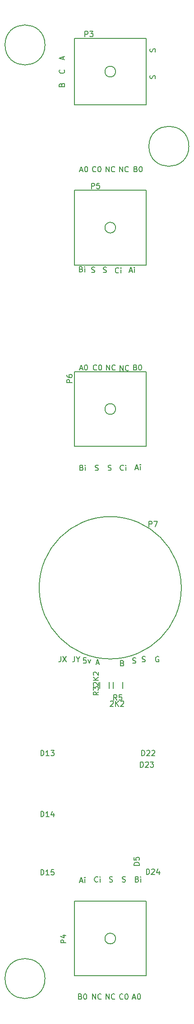
<source format=gbr>
G04 #@! TF.FileFunction,Legend,Top*
%FSLAX46Y46*%
G04 Gerber Fmt 4.6, Leading zero omitted, Abs format (unit mm)*
G04 Created by KiCad (PCBNEW 4.0.4+e1-6308~48~ubuntu14.04.1-stable) date Thu Sep  7 12:28:42 2017*
%MOMM*%
%LPD*%
G01*
G04 APERTURE LIST*
%ADD10C,0.100000*%
%ADD11C,0.150000*%
G04 APERTURE END LIST*
D10*
D11*
X121000000Y-9000000D02*
G75*
G03X121000000Y-9000000I-1000000J0D01*
G01*
X113300000Y-2750000D02*
X113300000Y-15250000D01*
X126700000Y-2750000D02*
X126700000Y-15250000D01*
X126700000Y-15250000D02*
X113300000Y-15250000D01*
X126700000Y-2750000D02*
X113300000Y-2750000D01*
X121000000Y-72250000D02*
G75*
G03X121000000Y-72250000I-1000000J0D01*
G01*
X113250000Y-65250000D02*
X126750000Y-65250000D01*
X126750000Y-65250000D02*
X126750000Y-79250000D01*
X126750000Y-79250000D02*
X113250000Y-79250000D01*
X113250000Y-79250000D02*
X113250000Y-65250000D01*
X121000000Y-38250000D02*
G75*
G03X121000000Y-38250000I-1000000J0D01*
G01*
X113250000Y-31250000D02*
X126750000Y-31250000D01*
X126750000Y-31250000D02*
X126750000Y-45250000D01*
X126750000Y-45250000D02*
X113250000Y-45250000D01*
X113250000Y-45250000D02*
X113250000Y-31250000D01*
X133335000Y-105750000D02*
G75*
G03X133335000Y-105750000I-13335000J0D01*
G01*
X119779000Y-123416000D02*
X119779000Y-124616000D01*
X118029000Y-124616000D02*
X118029000Y-123416000D01*
X122319000Y-123416000D02*
X122319000Y-124616000D01*
X120569000Y-124616000D02*
X120569000Y-123416000D01*
X121000000Y-171500000D02*
G75*
G03X121000000Y-171500000I-1000000J0D01*
G01*
X126750000Y-178500000D02*
X113250000Y-178500000D01*
X113250000Y-178500000D02*
X113250000Y-164500000D01*
X113250000Y-164500000D02*
X126750000Y-164500000D01*
X126750000Y-164500000D02*
X126750000Y-178500000D01*
X107750000Y-179000000D02*
G75*
G03X107750000Y-179000000I-3750000J0D01*
G01*
X107750000Y-4000000D02*
G75*
G03X107750000Y-4000000I-3750000J0D01*
G01*
X134750000Y-23000000D02*
G75*
G03X134750000Y-23000000I-3750000J0D01*
G01*
X115261905Y-2452381D02*
X115261905Y-1452381D01*
X115642858Y-1452381D01*
X115738096Y-1500000D01*
X115785715Y-1547619D01*
X115833334Y-1642857D01*
X115833334Y-1785714D01*
X115785715Y-1880952D01*
X115738096Y-1928571D01*
X115642858Y-1976190D01*
X115261905Y-1976190D01*
X116166667Y-1452381D02*
X116785715Y-1452381D01*
X116452381Y-1833333D01*
X116595239Y-1833333D01*
X116690477Y-1880952D01*
X116738096Y-1928571D01*
X116785715Y-2023810D01*
X116785715Y-2261905D01*
X116738096Y-2357143D01*
X116690477Y-2404762D01*
X116595239Y-2452381D01*
X116309524Y-2452381D01*
X116214286Y-2404762D01*
X116166667Y-2357143D01*
X111149667Y-6698095D02*
X111149667Y-6221904D01*
X111435381Y-6793333D02*
X110435381Y-6460000D01*
X111435381Y-6126666D01*
X111340143Y-8690476D02*
X111387762Y-8738095D01*
X111435381Y-8880952D01*
X111435381Y-8976190D01*
X111387762Y-9119048D01*
X111292524Y-9214286D01*
X111197286Y-9261905D01*
X111006810Y-9309524D01*
X110863952Y-9309524D01*
X110673476Y-9261905D01*
X110578238Y-9214286D01*
X110483000Y-9119048D01*
X110435381Y-8976190D01*
X110435381Y-8880952D01*
X110483000Y-8738095D01*
X110530619Y-8690476D01*
X110911571Y-11468571D02*
X110959190Y-11325714D01*
X111006810Y-11278095D01*
X111102048Y-11230476D01*
X111244905Y-11230476D01*
X111340143Y-11278095D01*
X111387762Y-11325714D01*
X111435381Y-11420952D01*
X111435381Y-11801905D01*
X110435381Y-11801905D01*
X110435381Y-11468571D01*
X110483000Y-11373333D01*
X110530619Y-11325714D01*
X110625857Y-11278095D01*
X110721095Y-11278095D01*
X110816333Y-11325714D01*
X110863952Y-11373333D01*
X110911571Y-11468571D01*
X110911571Y-11801905D01*
X128404762Y-5285714D02*
X128452381Y-5142857D01*
X128452381Y-4904761D01*
X128404762Y-4809523D01*
X128357143Y-4761904D01*
X128261905Y-4714285D01*
X128166667Y-4714285D01*
X128071429Y-4761904D01*
X128023810Y-4809523D01*
X127976190Y-4904761D01*
X127928571Y-5095238D01*
X127880952Y-5190476D01*
X127833333Y-5238095D01*
X127738095Y-5285714D01*
X127642857Y-5285714D01*
X127547619Y-5238095D01*
X127500000Y-5190476D01*
X127452381Y-5095238D01*
X127452381Y-4857142D01*
X127500000Y-4714285D01*
X128404762Y-10285714D02*
X128452381Y-10142857D01*
X128452381Y-9904761D01*
X128404762Y-9809523D01*
X128357143Y-9761904D01*
X128261905Y-9714285D01*
X128166667Y-9714285D01*
X128071429Y-9761904D01*
X128023810Y-9809523D01*
X127976190Y-9904761D01*
X127928571Y-10095238D01*
X127880952Y-10190476D01*
X127833333Y-10238095D01*
X127738095Y-10285714D01*
X127642857Y-10285714D01*
X127547619Y-10238095D01*
X127500000Y-10190476D01*
X127452381Y-10095238D01*
X127452381Y-9857142D01*
X127500000Y-9714285D01*
X112847381Y-67286095D02*
X111847381Y-67286095D01*
X111847381Y-66905142D01*
X111895000Y-66809904D01*
X111942619Y-66762285D01*
X112037857Y-66714666D01*
X112180714Y-66714666D01*
X112275952Y-66762285D01*
X112323571Y-66809904D01*
X112371190Y-66905142D01*
X112371190Y-67286095D01*
X111847381Y-65857523D02*
X111847381Y-66048000D01*
X111895000Y-66143238D01*
X111942619Y-66190857D01*
X112085476Y-66286095D01*
X112275952Y-66333714D01*
X112656905Y-66333714D01*
X112752143Y-66286095D01*
X112799762Y-66238476D01*
X112847381Y-66143238D01*
X112847381Y-65952761D01*
X112799762Y-65857523D01*
X112752143Y-65809904D01*
X112656905Y-65762285D01*
X112418810Y-65762285D01*
X112323571Y-65809904D01*
X112275952Y-65857523D01*
X112228333Y-65952761D01*
X112228333Y-66143238D01*
X112275952Y-66238476D01*
X112323571Y-66286095D01*
X112418810Y-66333714D01*
X124695239Y-64428571D02*
X124838096Y-64476190D01*
X124885715Y-64523810D01*
X124933334Y-64619048D01*
X124933334Y-64761905D01*
X124885715Y-64857143D01*
X124838096Y-64904762D01*
X124742858Y-64952381D01*
X124361905Y-64952381D01*
X124361905Y-63952381D01*
X124695239Y-63952381D01*
X124790477Y-64000000D01*
X124838096Y-64047619D01*
X124885715Y-64142857D01*
X124885715Y-64238095D01*
X124838096Y-64333333D01*
X124790477Y-64380952D01*
X124695239Y-64428571D01*
X124361905Y-64428571D01*
X125552381Y-63952381D02*
X125647620Y-63952381D01*
X125742858Y-64000000D01*
X125790477Y-64047619D01*
X125838096Y-64142857D01*
X125885715Y-64333333D01*
X125885715Y-64571429D01*
X125838096Y-64761905D01*
X125790477Y-64857143D01*
X125742858Y-64904762D01*
X125647620Y-64952381D01*
X125552381Y-64952381D01*
X125457143Y-64904762D01*
X125409524Y-64857143D01*
X125361905Y-64761905D01*
X125314286Y-64571429D01*
X125314286Y-64333333D01*
X125361905Y-64142857D01*
X125409524Y-64047619D01*
X125457143Y-64000000D01*
X125552381Y-63952381D01*
X121814286Y-65052381D02*
X121814286Y-64052381D01*
X122385715Y-65052381D01*
X122385715Y-64052381D01*
X123433334Y-64957143D02*
X123385715Y-65004762D01*
X123242858Y-65052381D01*
X123147620Y-65052381D01*
X123004762Y-65004762D01*
X122909524Y-64909524D01*
X122861905Y-64814286D01*
X122814286Y-64623810D01*
X122814286Y-64480952D01*
X122861905Y-64290476D01*
X122909524Y-64195238D01*
X123004762Y-64100000D01*
X123147620Y-64052381D01*
X123242858Y-64052381D01*
X123385715Y-64100000D01*
X123433334Y-64147619D01*
X119314286Y-64952381D02*
X119314286Y-63952381D01*
X119885715Y-64952381D01*
X119885715Y-63952381D01*
X120933334Y-64857143D02*
X120885715Y-64904762D01*
X120742858Y-64952381D01*
X120647620Y-64952381D01*
X120504762Y-64904762D01*
X120409524Y-64809524D01*
X120361905Y-64714286D01*
X120314286Y-64523810D01*
X120314286Y-64380952D01*
X120361905Y-64190476D01*
X120409524Y-64095238D01*
X120504762Y-64000000D01*
X120647620Y-63952381D01*
X120742858Y-63952381D01*
X120885715Y-64000000D01*
X120933334Y-64047619D01*
X114285714Y-64666667D02*
X114761905Y-64666667D01*
X114190476Y-64952381D02*
X114523809Y-63952381D01*
X114857143Y-64952381D01*
X115380952Y-63952381D02*
X115476191Y-63952381D01*
X115571429Y-64000000D01*
X115619048Y-64047619D01*
X115666667Y-64142857D01*
X115714286Y-64333333D01*
X115714286Y-64571429D01*
X115666667Y-64761905D01*
X115619048Y-64857143D01*
X115571429Y-64904762D01*
X115476191Y-64952381D01*
X115380952Y-64952381D01*
X115285714Y-64904762D01*
X115238095Y-64857143D01*
X115190476Y-64761905D01*
X115142857Y-64571429D01*
X115142857Y-64333333D01*
X115190476Y-64142857D01*
X115238095Y-64047619D01*
X115285714Y-64000000D01*
X115380952Y-63952381D01*
X117433334Y-64857143D02*
X117385715Y-64904762D01*
X117242858Y-64952381D01*
X117147620Y-64952381D01*
X117004762Y-64904762D01*
X116909524Y-64809524D01*
X116861905Y-64714286D01*
X116814286Y-64523810D01*
X116814286Y-64380952D01*
X116861905Y-64190476D01*
X116909524Y-64095238D01*
X117004762Y-64000000D01*
X117147620Y-63952381D01*
X117242858Y-63952381D01*
X117385715Y-64000000D01*
X117433334Y-64047619D01*
X118052381Y-63952381D02*
X118147620Y-63952381D01*
X118242858Y-64000000D01*
X118290477Y-64047619D01*
X118338096Y-64142857D01*
X118385715Y-64333333D01*
X118385715Y-64571429D01*
X118338096Y-64761905D01*
X118290477Y-64857143D01*
X118242858Y-64904762D01*
X118147620Y-64952381D01*
X118052381Y-64952381D01*
X117957143Y-64904762D01*
X117909524Y-64857143D01*
X117861905Y-64761905D01*
X117814286Y-64571429D01*
X117814286Y-64333333D01*
X117861905Y-64142857D01*
X117909524Y-64047619D01*
X117957143Y-64000000D01*
X118052381Y-63952381D01*
X124730810Y-83338667D02*
X125207001Y-83338667D01*
X124635572Y-83624381D02*
X124968905Y-82624381D01*
X125302239Y-83624381D01*
X125635572Y-83624381D02*
X125635572Y-82957714D01*
X125635572Y-82624381D02*
X125587953Y-82672000D01*
X125635572Y-82719619D01*
X125683191Y-82672000D01*
X125635572Y-82624381D01*
X125635572Y-82719619D01*
X122484429Y-83656143D02*
X122436810Y-83703762D01*
X122293953Y-83751381D01*
X122198715Y-83751381D01*
X122055857Y-83703762D01*
X121960619Y-83608524D01*
X121913000Y-83513286D01*
X121865381Y-83322810D01*
X121865381Y-83179952D01*
X121913000Y-82989476D01*
X121960619Y-82894238D01*
X122055857Y-82799000D01*
X122198715Y-82751381D01*
X122293953Y-82751381D01*
X122436810Y-82799000D01*
X122484429Y-82846619D01*
X122913000Y-83751381D02*
X122913000Y-83084714D01*
X122913000Y-82751381D02*
X122865381Y-82799000D01*
X122913000Y-82846619D01*
X122960619Y-82799000D01*
X122913000Y-82751381D01*
X122913000Y-82846619D01*
X119587286Y-83703762D02*
X119730143Y-83751381D01*
X119968239Y-83751381D01*
X120063477Y-83703762D01*
X120111096Y-83656143D01*
X120158715Y-83560905D01*
X120158715Y-83465667D01*
X120111096Y-83370429D01*
X120063477Y-83322810D01*
X119968239Y-83275190D01*
X119777762Y-83227571D01*
X119682524Y-83179952D01*
X119634905Y-83132333D01*
X119587286Y-83037095D01*
X119587286Y-82941857D01*
X119634905Y-82846619D01*
X119682524Y-82799000D01*
X119777762Y-82751381D01*
X120015858Y-82751381D01*
X120158715Y-82799000D01*
X117174286Y-83703762D02*
X117317143Y-83751381D01*
X117555239Y-83751381D01*
X117650477Y-83703762D01*
X117698096Y-83656143D01*
X117745715Y-83560905D01*
X117745715Y-83465667D01*
X117698096Y-83370429D01*
X117650477Y-83322810D01*
X117555239Y-83275190D01*
X117364762Y-83227571D01*
X117269524Y-83179952D01*
X117221905Y-83132333D01*
X117174286Y-83037095D01*
X117174286Y-82941857D01*
X117221905Y-82846619D01*
X117269524Y-82799000D01*
X117364762Y-82751381D01*
X117602858Y-82751381D01*
X117745715Y-82799000D01*
X114626334Y-83227571D02*
X114769191Y-83275190D01*
X114816810Y-83322810D01*
X114864429Y-83418048D01*
X114864429Y-83560905D01*
X114816810Y-83656143D01*
X114769191Y-83703762D01*
X114673953Y-83751381D01*
X114293000Y-83751381D01*
X114293000Y-82751381D01*
X114626334Y-82751381D01*
X114721572Y-82799000D01*
X114769191Y-82846619D01*
X114816810Y-82941857D01*
X114816810Y-83037095D01*
X114769191Y-83132333D01*
X114721572Y-83179952D01*
X114626334Y-83227571D01*
X114293000Y-83227571D01*
X115293000Y-83751381D02*
X115293000Y-83084714D01*
X115293000Y-82751381D02*
X115245381Y-82799000D01*
X115293000Y-82846619D01*
X115340619Y-82799000D01*
X115293000Y-82751381D01*
X115293000Y-82846619D01*
X116482905Y-30932381D02*
X116482905Y-29932381D01*
X116863858Y-29932381D01*
X116959096Y-29980000D01*
X117006715Y-30027619D01*
X117054334Y-30122857D01*
X117054334Y-30265714D01*
X117006715Y-30360952D01*
X116959096Y-30408571D01*
X116863858Y-30456190D01*
X116482905Y-30456190D01*
X117959096Y-29932381D02*
X117482905Y-29932381D01*
X117435286Y-30408571D01*
X117482905Y-30360952D01*
X117578143Y-30313333D01*
X117816239Y-30313333D01*
X117911477Y-30360952D01*
X117959096Y-30408571D01*
X118006715Y-30503810D01*
X118006715Y-30741905D01*
X117959096Y-30837143D01*
X117911477Y-30884762D01*
X117816239Y-30932381D01*
X117578143Y-30932381D01*
X117482905Y-30884762D01*
X117435286Y-30837143D01*
X124802239Y-27256571D02*
X124945096Y-27304190D01*
X124992715Y-27351810D01*
X125040334Y-27447048D01*
X125040334Y-27589905D01*
X124992715Y-27685143D01*
X124945096Y-27732762D01*
X124849858Y-27780381D01*
X124468905Y-27780381D01*
X124468905Y-26780381D01*
X124802239Y-26780381D01*
X124897477Y-26828000D01*
X124945096Y-26875619D01*
X124992715Y-26970857D01*
X124992715Y-27066095D01*
X124945096Y-27161333D01*
X124897477Y-27208952D01*
X124802239Y-27256571D01*
X124468905Y-27256571D01*
X125659381Y-26780381D02*
X125754620Y-26780381D01*
X125849858Y-26828000D01*
X125897477Y-26875619D01*
X125945096Y-26970857D01*
X125992715Y-27161333D01*
X125992715Y-27399429D01*
X125945096Y-27589905D01*
X125897477Y-27685143D01*
X125849858Y-27732762D01*
X125754620Y-27780381D01*
X125659381Y-27780381D01*
X125564143Y-27732762D01*
X125516524Y-27685143D01*
X125468905Y-27589905D01*
X125421286Y-27399429D01*
X125421286Y-27161333D01*
X125468905Y-26970857D01*
X125516524Y-26875619D01*
X125564143Y-26828000D01*
X125659381Y-26780381D01*
X121754286Y-27780381D02*
X121754286Y-26780381D01*
X122325715Y-27780381D01*
X122325715Y-26780381D01*
X123373334Y-27685143D02*
X123325715Y-27732762D01*
X123182858Y-27780381D01*
X123087620Y-27780381D01*
X122944762Y-27732762D01*
X122849524Y-27637524D01*
X122801905Y-27542286D01*
X122754286Y-27351810D01*
X122754286Y-27208952D01*
X122801905Y-27018476D01*
X122849524Y-26923238D01*
X122944762Y-26828000D01*
X123087620Y-26780381D01*
X123182858Y-26780381D01*
X123325715Y-26828000D01*
X123373334Y-26875619D01*
X119214286Y-27780381D02*
X119214286Y-26780381D01*
X119785715Y-27780381D01*
X119785715Y-26780381D01*
X120833334Y-27685143D02*
X120785715Y-27732762D01*
X120642858Y-27780381D01*
X120547620Y-27780381D01*
X120404762Y-27732762D01*
X120309524Y-27637524D01*
X120261905Y-27542286D01*
X120214286Y-27351810D01*
X120214286Y-27208952D01*
X120261905Y-27018476D01*
X120309524Y-26923238D01*
X120404762Y-26828000D01*
X120547620Y-26780381D01*
X120642858Y-26780381D01*
X120785715Y-26828000D01*
X120833334Y-26875619D01*
X114332714Y-27494667D02*
X114808905Y-27494667D01*
X114237476Y-27780381D02*
X114570809Y-26780381D01*
X114904143Y-27780381D01*
X115427952Y-26780381D02*
X115523191Y-26780381D01*
X115618429Y-26828000D01*
X115666048Y-26875619D01*
X115713667Y-26970857D01*
X115761286Y-27161333D01*
X115761286Y-27399429D01*
X115713667Y-27589905D01*
X115666048Y-27685143D01*
X115618429Y-27732762D01*
X115523191Y-27780381D01*
X115427952Y-27780381D01*
X115332714Y-27732762D01*
X115285095Y-27685143D01*
X115237476Y-27589905D01*
X115189857Y-27399429D01*
X115189857Y-27161333D01*
X115237476Y-26970857D01*
X115285095Y-26875619D01*
X115332714Y-26828000D01*
X115427952Y-26780381D01*
X117293334Y-27685143D02*
X117245715Y-27732762D01*
X117102858Y-27780381D01*
X117007620Y-27780381D01*
X116864762Y-27732762D01*
X116769524Y-27637524D01*
X116721905Y-27542286D01*
X116674286Y-27351810D01*
X116674286Y-27208952D01*
X116721905Y-27018476D01*
X116769524Y-26923238D01*
X116864762Y-26828000D01*
X117007620Y-26780381D01*
X117102858Y-26780381D01*
X117245715Y-26828000D01*
X117293334Y-26875619D01*
X117912381Y-26780381D02*
X118007620Y-26780381D01*
X118102858Y-26828000D01*
X118150477Y-26875619D01*
X118198096Y-26970857D01*
X118245715Y-27161333D01*
X118245715Y-27399429D01*
X118198096Y-27589905D01*
X118150477Y-27685143D01*
X118102858Y-27732762D01*
X118007620Y-27780381D01*
X117912381Y-27780381D01*
X117817143Y-27732762D01*
X117769524Y-27685143D01*
X117721905Y-27589905D01*
X117674286Y-27399429D01*
X117674286Y-27161333D01*
X117721905Y-26970857D01*
X117769524Y-26875619D01*
X117817143Y-26828000D01*
X117912381Y-26780381D01*
X123623810Y-46366667D02*
X124100001Y-46366667D01*
X123528572Y-46652381D02*
X123861905Y-45652381D01*
X124195239Y-46652381D01*
X124528572Y-46652381D02*
X124528572Y-45985714D01*
X124528572Y-45652381D02*
X124480953Y-45700000D01*
X124528572Y-45747619D01*
X124576191Y-45700000D01*
X124528572Y-45652381D01*
X124528572Y-45747619D01*
X121571429Y-46657143D02*
X121523810Y-46704762D01*
X121380953Y-46752381D01*
X121285715Y-46752381D01*
X121142857Y-46704762D01*
X121047619Y-46609524D01*
X121000000Y-46514286D01*
X120952381Y-46323810D01*
X120952381Y-46180952D01*
X121000000Y-45990476D01*
X121047619Y-45895238D01*
X121142857Y-45800000D01*
X121285715Y-45752381D01*
X121380953Y-45752381D01*
X121523810Y-45800000D01*
X121571429Y-45847619D01*
X122000000Y-46752381D02*
X122000000Y-46085714D01*
X122000000Y-45752381D02*
X121952381Y-45800000D01*
X122000000Y-45847619D01*
X122047619Y-45800000D01*
X122000000Y-45752381D01*
X122000000Y-45847619D01*
X118714286Y-46604762D02*
X118857143Y-46652381D01*
X119095239Y-46652381D01*
X119190477Y-46604762D01*
X119238096Y-46557143D01*
X119285715Y-46461905D01*
X119285715Y-46366667D01*
X119238096Y-46271429D01*
X119190477Y-46223810D01*
X119095239Y-46176190D01*
X118904762Y-46128571D01*
X118809524Y-46080952D01*
X118761905Y-46033333D01*
X118714286Y-45938095D01*
X118714286Y-45842857D01*
X118761905Y-45747619D01*
X118809524Y-45700000D01*
X118904762Y-45652381D01*
X119142858Y-45652381D01*
X119285715Y-45700000D01*
X116514286Y-46604762D02*
X116657143Y-46652381D01*
X116895239Y-46652381D01*
X116990477Y-46604762D01*
X117038096Y-46557143D01*
X117085715Y-46461905D01*
X117085715Y-46366667D01*
X117038096Y-46271429D01*
X116990477Y-46223810D01*
X116895239Y-46176190D01*
X116704762Y-46128571D01*
X116609524Y-46080952D01*
X116561905Y-46033333D01*
X116514286Y-45938095D01*
X116514286Y-45842857D01*
X116561905Y-45747619D01*
X116609524Y-45700000D01*
X116704762Y-45652381D01*
X116942858Y-45652381D01*
X117085715Y-45700000D01*
X114533334Y-46028571D02*
X114676191Y-46076190D01*
X114723810Y-46123810D01*
X114771429Y-46219048D01*
X114771429Y-46361905D01*
X114723810Y-46457143D01*
X114676191Y-46504762D01*
X114580953Y-46552381D01*
X114200000Y-46552381D01*
X114200000Y-45552381D01*
X114533334Y-45552381D01*
X114628572Y-45600000D01*
X114676191Y-45647619D01*
X114723810Y-45742857D01*
X114723810Y-45838095D01*
X114676191Y-45933333D01*
X114628572Y-45980952D01*
X114533334Y-46028571D01*
X114200000Y-46028571D01*
X115200000Y-46552381D02*
X115200000Y-45885714D01*
X115200000Y-45552381D02*
X115152381Y-45600000D01*
X115200000Y-45647619D01*
X115247619Y-45600000D01*
X115200000Y-45552381D01*
X115200000Y-45647619D01*
X127277905Y-94305381D02*
X127277905Y-93305381D01*
X127658858Y-93305381D01*
X127754096Y-93353000D01*
X127801715Y-93400619D01*
X127849334Y-93495857D01*
X127849334Y-93638714D01*
X127801715Y-93733952D01*
X127754096Y-93781571D01*
X127658858Y-93829190D01*
X127277905Y-93829190D01*
X128182667Y-93305381D02*
X128849334Y-93305381D01*
X128420762Y-94305381D01*
X129071905Y-118690000D02*
X128976667Y-118642381D01*
X128833810Y-118642381D01*
X128690952Y-118690000D01*
X128595714Y-118785238D01*
X128548095Y-118880476D01*
X128500476Y-119070952D01*
X128500476Y-119213810D01*
X128548095Y-119404286D01*
X128595714Y-119499524D01*
X128690952Y-119594762D01*
X128833810Y-119642381D01*
X128929048Y-119642381D01*
X129071905Y-119594762D01*
X129119524Y-119547143D01*
X129119524Y-119213810D01*
X128929048Y-119213810D01*
X125984286Y-119594762D02*
X126127143Y-119642381D01*
X126365239Y-119642381D01*
X126460477Y-119594762D01*
X126508096Y-119547143D01*
X126555715Y-119451905D01*
X126555715Y-119356667D01*
X126508096Y-119261429D01*
X126460477Y-119213810D01*
X126365239Y-119166190D01*
X126174762Y-119118571D01*
X126079524Y-119070952D01*
X126031905Y-119023333D01*
X125984286Y-118928095D01*
X125984286Y-118832857D01*
X126031905Y-118737619D01*
X126079524Y-118690000D01*
X126174762Y-118642381D01*
X126412858Y-118642381D01*
X126555715Y-118690000D01*
X124206286Y-119848762D02*
X124349143Y-119896381D01*
X124587239Y-119896381D01*
X124682477Y-119848762D01*
X124730096Y-119801143D01*
X124777715Y-119705905D01*
X124777715Y-119610667D01*
X124730096Y-119515429D01*
X124682477Y-119467810D01*
X124587239Y-119420190D01*
X124396762Y-119372571D01*
X124301524Y-119324952D01*
X124253905Y-119277333D01*
X124206286Y-119182095D01*
X124206286Y-119086857D01*
X124253905Y-118991619D01*
X124301524Y-118944000D01*
X124396762Y-118896381D01*
X124634858Y-118896381D01*
X124777715Y-118944000D01*
X122277429Y-119880571D02*
X122420286Y-119928190D01*
X122467905Y-119975810D01*
X122515524Y-120071048D01*
X122515524Y-120213905D01*
X122467905Y-120309143D01*
X122420286Y-120356762D01*
X122325048Y-120404381D01*
X121944095Y-120404381D01*
X121944095Y-119404381D01*
X122277429Y-119404381D01*
X122372667Y-119452000D01*
X122420286Y-119499619D01*
X122467905Y-119594857D01*
X122467905Y-119690095D01*
X122420286Y-119785333D01*
X122372667Y-119832952D01*
X122277429Y-119880571D01*
X121944095Y-119880571D01*
X117395905Y-119864667D02*
X117872096Y-119864667D01*
X117300667Y-120150381D02*
X117634000Y-119150381D01*
X117967334Y-120150381D01*
X115459143Y-118896381D02*
X114982952Y-118896381D01*
X114935333Y-119372571D01*
X114982952Y-119324952D01*
X115078190Y-119277333D01*
X115316286Y-119277333D01*
X115411524Y-119324952D01*
X115459143Y-119372571D01*
X115506762Y-119467810D01*
X115506762Y-119705905D01*
X115459143Y-119801143D01*
X115411524Y-119848762D01*
X115316286Y-119896381D01*
X115078190Y-119896381D01*
X114982952Y-119848762D01*
X114935333Y-119801143D01*
X115840095Y-119229714D02*
X116078190Y-119896381D01*
X116316286Y-119229714D01*
X113284286Y-118642381D02*
X113284286Y-119356667D01*
X113236666Y-119499524D01*
X113141428Y-119594762D01*
X112998571Y-119642381D01*
X112903333Y-119642381D01*
X113950952Y-119166190D02*
X113950952Y-119642381D01*
X113617619Y-118642381D02*
X113950952Y-119166190D01*
X114284286Y-118642381D01*
X110696667Y-118642381D02*
X110696667Y-119356667D01*
X110649047Y-119499524D01*
X110553809Y-119594762D01*
X110410952Y-119642381D01*
X110315714Y-119642381D01*
X111077619Y-118642381D02*
X111744286Y-119642381D01*
X111744286Y-118642381D02*
X111077619Y-119642381D01*
X125452381Y-157774095D02*
X124452381Y-157774095D01*
X124452381Y-157536000D01*
X124500000Y-157393142D01*
X124595238Y-157297904D01*
X124690476Y-157250285D01*
X124880952Y-157202666D01*
X125023810Y-157202666D01*
X125214286Y-157250285D01*
X125309524Y-157297904D01*
X125404762Y-157393142D01*
X125452381Y-157536000D01*
X125452381Y-157774095D01*
X124452381Y-156297904D02*
X124452381Y-156774095D01*
X124928571Y-156821714D01*
X124880952Y-156774095D01*
X124833333Y-156678857D01*
X124833333Y-156440761D01*
X124880952Y-156345523D01*
X124928571Y-156297904D01*
X125023810Y-156250285D01*
X125261905Y-156250285D01*
X125357143Y-156297904D01*
X125404762Y-156345523D01*
X125452381Y-156440761D01*
X125452381Y-156678857D01*
X125404762Y-156774095D01*
X125357143Y-156821714D01*
X106989714Y-137231381D02*
X106989714Y-136231381D01*
X107227809Y-136231381D01*
X107370667Y-136279000D01*
X107465905Y-136374238D01*
X107513524Y-136469476D01*
X107561143Y-136659952D01*
X107561143Y-136802810D01*
X107513524Y-136993286D01*
X107465905Y-137088524D01*
X107370667Y-137183762D01*
X107227809Y-137231381D01*
X106989714Y-137231381D01*
X108513524Y-137231381D02*
X107942095Y-137231381D01*
X108227809Y-137231381D02*
X108227809Y-136231381D01*
X108132571Y-136374238D01*
X108037333Y-136469476D01*
X107942095Y-136517095D01*
X108846857Y-136231381D02*
X109465905Y-136231381D01*
X109132571Y-136612333D01*
X109275429Y-136612333D01*
X109370667Y-136659952D01*
X109418286Y-136707571D01*
X109465905Y-136802810D01*
X109465905Y-137040905D01*
X109418286Y-137136143D01*
X109370667Y-137183762D01*
X109275429Y-137231381D01*
X108989714Y-137231381D01*
X108894476Y-137183762D01*
X108846857Y-137136143D01*
X106989714Y-148661381D02*
X106989714Y-147661381D01*
X107227809Y-147661381D01*
X107370667Y-147709000D01*
X107465905Y-147804238D01*
X107513524Y-147899476D01*
X107561143Y-148089952D01*
X107561143Y-148232810D01*
X107513524Y-148423286D01*
X107465905Y-148518524D01*
X107370667Y-148613762D01*
X107227809Y-148661381D01*
X106989714Y-148661381D01*
X108513524Y-148661381D02*
X107942095Y-148661381D01*
X108227809Y-148661381D02*
X108227809Y-147661381D01*
X108132571Y-147804238D01*
X108037333Y-147899476D01*
X107942095Y-147947095D01*
X109370667Y-147994714D02*
X109370667Y-148661381D01*
X109132571Y-147613762D02*
X108894476Y-148328048D01*
X109513524Y-148328048D01*
X106989714Y-159583381D02*
X106989714Y-158583381D01*
X107227809Y-158583381D01*
X107370667Y-158631000D01*
X107465905Y-158726238D01*
X107513524Y-158821476D01*
X107561143Y-159011952D01*
X107561143Y-159154810D01*
X107513524Y-159345286D01*
X107465905Y-159440524D01*
X107370667Y-159535762D01*
X107227809Y-159583381D01*
X106989714Y-159583381D01*
X108513524Y-159583381D02*
X107942095Y-159583381D01*
X108227809Y-159583381D02*
X108227809Y-158583381D01*
X108132571Y-158726238D01*
X108037333Y-158821476D01*
X107942095Y-158869095D01*
X109418286Y-158583381D02*
X108942095Y-158583381D01*
X108894476Y-159059571D01*
X108942095Y-159011952D01*
X109037333Y-158964333D01*
X109275429Y-158964333D01*
X109370667Y-159011952D01*
X109418286Y-159059571D01*
X109465905Y-159154810D01*
X109465905Y-159392905D01*
X109418286Y-159488143D01*
X109370667Y-159535762D01*
X109275429Y-159583381D01*
X109037333Y-159583381D01*
X108942095Y-159535762D01*
X108894476Y-159488143D01*
X125912714Y-137231381D02*
X125912714Y-136231381D01*
X126150809Y-136231381D01*
X126293667Y-136279000D01*
X126388905Y-136374238D01*
X126436524Y-136469476D01*
X126484143Y-136659952D01*
X126484143Y-136802810D01*
X126436524Y-136993286D01*
X126388905Y-137088524D01*
X126293667Y-137183762D01*
X126150809Y-137231381D01*
X125912714Y-137231381D01*
X126865095Y-136326619D02*
X126912714Y-136279000D01*
X127007952Y-136231381D01*
X127246048Y-136231381D01*
X127341286Y-136279000D01*
X127388905Y-136326619D01*
X127436524Y-136421857D01*
X127436524Y-136517095D01*
X127388905Y-136659952D01*
X126817476Y-137231381D01*
X127436524Y-137231381D01*
X127817476Y-136326619D02*
X127865095Y-136279000D01*
X127960333Y-136231381D01*
X128198429Y-136231381D01*
X128293667Y-136279000D01*
X128341286Y-136326619D01*
X128388905Y-136421857D01*
X128388905Y-136517095D01*
X128341286Y-136659952D01*
X127769857Y-137231381D01*
X128388905Y-137231381D01*
X125658714Y-139390381D02*
X125658714Y-138390381D01*
X125896809Y-138390381D01*
X126039667Y-138438000D01*
X126134905Y-138533238D01*
X126182524Y-138628476D01*
X126230143Y-138818952D01*
X126230143Y-138961810D01*
X126182524Y-139152286D01*
X126134905Y-139247524D01*
X126039667Y-139342762D01*
X125896809Y-139390381D01*
X125658714Y-139390381D01*
X126611095Y-138485619D02*
X126658714Y-138438000D01*
X126753952Y-138390381D01*
X126992048Y-138390381D01*
X127087286Y-138438000D01*
X127134905Y-138485619D01*
X127182524Y-138580857D01*
X127182524Y-138676095D01*
X127134905Y-138818952D01*
X126563476Y-139390381D01*
X127182524Y-139390381D01*
X127515857Y-138390381D02*
X128134905Y-138390381D01*
X127801571Y-138771333D01*
X127944429Y-138771333D01*
X128039667Y-138818952D01*
X128087286Y-138866571D01*
X128134905Y-138961810D01*
X128134905Y-139199905D01*
X128087286Y-139295143D01*
X128039667Y-139342762D01*
X127944429Y-139390381D01*
X127658714Y-139390381D01*
X127563476Y-139342762D01*
X127515857Y-139295143D01*
X126801714Y-159456381D02*
X126801714Y-158456381D01*
X127039809Y-158456381D01*
X127182667Y-158504000D01*
X127277905Y-158599238D01*
X127325524Y-158694476D01*
X127373143Y-158884952D01*
X127373143Y-159027810D01*
X127325524Y-159218286D01*
X127277905Y-159313524D01*
X127182667Y-159408762D01*
X127039809Y-159456381D01*
X126801714Y-159456381D01*
X127754095Y-158551619D02*
X127801714Y-158504000D01*
X127896952Y-158456381D01*
X128135048Y-158456381D01*
X128230286Y-158504000D01*
X128277905Y-158551619D01*
X128325524Y-158646857D01*
X128325524Y-158742095D01*
X128277905Y-158884952D01*
X127706476Y-159456381D01*
X128325524Y-159456381D01*
X129182667Y-158789714D02*
X129182667Y-159456381D01*
X128944571Y-158408762D02*
X128706476Y-159123048D01*
X129325524Y-159123048D01*
X117800381Y-125261666D02*
X117324190Y-125595000D01*
X117800381Y-125833095D02*
X116800381Y-125833095D01*
X116800381Y-125452142D01*
X116848000Y-125356904D01*
X116895619Y-125309285D01*
X116990857Y-125261666D01*
X117133714Y-125261666D01*
X117228952Y-125309285D01*
X117276571Y-125356904D01*
X117324190Y-125452142D01*
X117324190Y-125833095D01*
X116800381Y-124928333D02*
X116800381Y-124309285D01*
X117181333Y-124642619D01*
X117181333Y-124499761D01*
X117228952Y-124404523D01*
X117276571Y-124356904D01*
X117371810Y-124309285D01*
X117609905Y-124309285D01*
X117705143Y-124356904D01*
X117752762Y-124404523D01*
X117800381Y-124499761D01*
X117800381Y-124785476D01*
X117752762Y-124880714D01*
X117705143Y-124928333D01*
X116895619Y-124070905D02*
X116848000Y-124023286D01*
X116800381Y-123928048D01*
X116800381Y-123689952D01*
X116848000Y-123594714D01*
X116895619Y-123547095D01*
X116990857Y-123499476D01*
X117086095Y-123499476D01*
X117228952Y-123547095D01*
X117800381Y-124118524D01*
X117800381Y-123499476D01*
X117800381Y-123070905D02*
X116800381Y-123070905D01*
X117800381Y-122499476D02*
X117228952Y-122928048D01*
X116800381Y-122499476D02*
X117371810Y-123070905D01*
X116895619Y-122118524D02*
X116848000Y-122070905D01*
X116800381Y-121975667D01*
X116800381Y-121737571D01*
X116848000Y-121642333D01*
X116895619Y-121594714D01*
X116990857Y-121547095D01*
X117086095Y-121547095D01*
X117228952Y-121594714D01*
X117800381Y-122166143D01*
X117800381Y-121547095D01*
X121245334Y-126817381D02*
X120912000Y-126341190D01*
X120673905Y-126817381D02*
X120673905Y-125817381D01*
X121054858Y-125817381D01*
X121150096Y-125865000D01*
X121197715Y-125912619D01*
X121245334Y-126007857D01*
X121245334Y-126150714D01*
X121197715Y-126245952D01*
X121150096Y-126293571D01*
X121054858Y-126341190D01*
X120673905Y-126341190D01*
X122150096Y-125817381D02*
X121673905Y-125817381D01*
X121626286Y-126293571D01*
X121673905Y-126245952D01*
X121769143Y-126198333D01*
X122007239Y-126198333D01*
X122102477Y-126245952D01*
X122150096Y-126293571D01*
X122197715Y-126388810D01*
X122197715Y-126626905D01*
X122150096Y-126722143D01*
X122102477Y-126769762D01*
X122007239Y-126817381D01*
X121769143Y-126817381D01*
X121673905Y-126769762D01*
X121626286Y-126722143D01*
X120023095Y-127055619D02*
X120070714Y-127008000D01*
X120165952Y-126960381D01*
X120404048Y-126960381D01*
X120499286Y-127008000D01*
X120546905Y-127055619D01*
X120594524Y-127150857D01*
X120594524Y-127246095D01*
X120546905Y-127388952D01*
X119975476Y-127960381D01*
X120594524Y-127960381D01*
X121023095Y-127960381D02*
X121023095Y-126960381D01*
X121594524Y-127960381D02*
X121165952Y-127388952D01*
X121594524Y-126960381D02*
X121023095Y-127531810D01*
X121975476Y-127055619D02*
X122023095Y-127008000D01*
X122118333Y-126960381D01*
X122356429Y-126960381D01*
X122451667Y-127008000D01*
X122499286Y-127055619D01*
X122546905Y-127150857D01*
X122546905Y-127246095D01*
X122499286Y-127388952D01*
X121927857Y-127960381D01*
X122546905Y-127960381D01*
X111704381Y-172315095D02*
X110704381Y-172315095D01*
X110704381Y-171934142D01*
X110752000Y-171838904D01*
X110799619Y-171791285D01*
X110894857Y-171743666D01*
X111037714Y-171743666D01*
X111132952Y-171791285D01*
X111180571Y-171838904D01*
X111228190Y-171934142D01*
X111228190Y-172315095D01*
X111037714Y-170886523D02*
X111704381Y-170886523D01*
X110656762Y-171124619D02*
X111371048Y-171362714D01*
X111371048Y-170743666D01*
X114388239Y-182350571D02*
X114531096Y-182398190D01*
X114578715Y-182445810D01*
X114626334Y-182541048D01*
X114626334Y-182683905D01*
X114578715Y-182779143D01*
X114531096Y-182826762D01*
X114435858Y-182874381D01*
X114054905Y-182874381D01*
X114054905Y-181874381D01*
X114388239Y-181874381D01*
X114483477Y-181922000D01*
X114531096Y-181969619D01*
X114578715Y-182064857D01*
X114578715Y-182160095D01*
X114531096Y-182255333D01*
X114483477Y-182302952D01*
X114388239Y-182350571D01*
X114054905Y-182350571D01*
X115245381Y-181874381D02*
X115340620Y-181874381D01*
X115435858Y-181922000D01*
X115483477Y-181969619D01*
X115531096Y-182064857D01*
X115578715Y-182255333D01*
X115578715Y-182493429D01*
X115531096Y-182683905D01*
X115483477Y-182779143D01*
X115435858Y-182826762D01*
X115340620Y-182874381D01*
X115245381Y-182874381D01*
X115150143Y-182826762D01*
X115102524Y-182779143D01*
X115054905Y-182683905D01*
X115007286Y-182493429D01*
X115007286Y-182255333D01*
X115054905Y-182064857D01*
X115102524Y-181969619D01*
X115150143Y-181922000D01*
X115245381Y-181874381D01*
X116674286Y-182874381D02*
X116674286Y-181874381D01*
X117245715Y-182874381D01*
X117245715Y-181874381D01*
X118293334Y-182779143D02*
X118245715Y-182826762D01*
X118102858Y-182874381D01*
X118007620Y-182874381D01*
X117864762Y-182826762D01*
X117769524Y-182731524D01*
X117721905Y-182636286D01*
X117674286Y-182445810D01*
X117674286Y-182302952D01*
X117721905Y-182112476D01*
X117769524Y-182017238D01*
X117864762Y-181922000D01*
X118007620Y-181874381D01*
X118102858Y-181874381D01*
X118245715Y-181922000D01*
X118293334Y-181969619D01*
X119214286Y-182874381D02*
X119214286Y-181874381D01*
X119785715Y-182874381D01*
X119785715Y-181874381D01*
X120833334Y-182779143D02*
X120785715Y-182826762D01*
X120642858Y-182874381D01*
X120547620Y-182874381D01*
X120404762Y-182826762D01*
X120309524Y-182731524D01*
X120261905Y-182636286D01*
X120214286Y-182445810D01*
X120214286Y-182302952D01*
X120261905Y-182112476D01*
X120309524Y-182017238D01*
X120404762Y-181922000D01*
X120547620Y-181874381D01*
X120642858Y-181874381D01*
X120785715Y-181922000D01*
X120833334Y-181969619D01*
X124238714Y-182588667D02*
X124714905Y-182588667D01*
X124143476Y-182874381D02*
X124476809Y-181874381D01*
X124810143Y-182874381D01*
X125333952Y-181874381D02*
X125429191Y-181874381D01*
X125524429Y-181922000D01*
X125572048Y-181969619D01*
X125619667Y-182064857D01*
X125667286Y-182255333D01*
X125667286Y-182493429D01*
X125619667Y-182683905D01*
X125572048Y-182779143D01*
X125524429Y-182826762D01*
X125429191Y-182874381D01*
X125333952Y-182874381D01*
X125238714Y-182826762D01*
X125191095Y-182779143D01*
X125143476Y-182683905D01*
X125095857Y-182493429D01*
X125095857Y-182255333D01*
X125143476Y-182064857D01*
X125191095Y-181969619D01*
X125238714Y-181922000D01*
X125333952Y-181874381D01*
X122373334Y-182779143D02*
X122325715Y-182826762D01*
X122182858Y-182874381D01*
X122087620Y-182874381D01*
X121944762Y-182826762D01*
X121849524Y-182731524D01*
X121801905Y-182636286D01*
X121754286Y-182445810D01*
X121754286Y-182302952D01*
X121801905Y-182112476D01*
X121849524Y-182017238D01*
X121944762Y-181922000D01*
X122087620Y-181874381D01*
X122182858Y-181874381D01*
X122325715Y-181922000D01*
X122373334Y-181969619D01*
X122992381Y-181874381D02*
X123087620Y-181874381D01*
X123182858Y-181922000D01*
X123230477Y-181969619D01*
X123278096Y-182064857D01*
X123325715Y-182255333D01*
X123325715Y-182493429D01*
X123278096Y-182683905D01*
X123230477Y-182779143D01*
X123182858Y-182826762D01*
X123087620Y-182874381D01*
X122992381Y-182874381D01*
X122897143Y-182826762D01*
X122849524Y-182779143D01*
X122801905Y-182683905D01*
X122754286Y-182493429D01*
X122754286Y-182255333D01*
X122801905Y-182064857D01*
X122849524Y-181969619D01*
X122897143Y-181922000D01*
X122992381Y-181874381D01*
X114316810Y-160744667D02*
X114793001Y-160744667D01*
X114221572Y-161030381D02*
X114554905Y-160030381D01*
X114888239Y-161030381D01*
X115221572Y-161030381D02*
X115221572Y-160363714D01*
X115221572Y-160030381D02*
X115173953Y-160078000D01*
X115221572Y-160125619D01*
X115269191Y-160078000D01*
X115221572Y-160030381D01*
X115221572Y-160125619D01*
X117658429Y-160808143D02*
X117610810Y-160855762D01*
X117467953Y-160903381D01*
X117372715Y-160903381D01*
X117229857Y-160855762D01*
X117134619Y-160760524D01*
X117087000Y-160665286D01*
X117039381Y-160474810D01*
X117039381Y-160331952D01*
X117087000Y-160141476D01*
X117134619Y-160046238D01*
X117229857Y-159951000D01*
X117372715Y-159903381D01*
X117467953Y-159903381D01*
X117610810Y-159951000D01*
X117658429Y-159998619D01*
X118087000Y-160903381D02*
X118087000Y-160236714D01*
X118087000Y-159903381D02*
X118039381Y-159951000D01*
X118087000Y-159998619D01*
X118134619Y-159951000D01*
X118087000Y-159903381D01*
X118087000Y-159998619D01*
X119841286Y-160855762D02*
X119984143Y-160903381D01*
X120222239Y-160903381D01*
X120317477Y-160855762D01*
X120365096Y-160808143D01*
X120412715Y-160712905D01*
X120412715Y-160617667D01*
X120365096Y-160522429D01*
X120317477Y-160474810D01*
X120222239Y-160427190D01*
X120031762Y-160379571D01*
X119936524Y-160331952D01*
X119888905Y-160284333D01*
X119841286Y-160189095D01*
X119841286Y-160093857D01*
X119888905Y-159998619D01*
X119936524Y-159951000D01*
X120031762Y-159903381D01*
X120269858Y-159903381D01*
X120412715Y-159951000D01*
X122254286Y-160855762D02*
X122397143Y-160903381D01*
X122635239Y-160903381D01*
X122730477Y-160855762D01*
X122778096Y-160808143D01*
X122825715Y-160712905D01*
X122825715Y-160617667D01*
X122778096Y-160522429D01*
X122730477Y-160474810D01*
X122635239Y-160427190D01*
X122444762Y-160379571D01*
X122349524Y-160331952D01*
X122301905Y-160284333D01*
X122254286Y-160189095D01*
X122254286Y-160093857D01*
X122301905Y-159998619D01*
X122349524Y-159951000D01*
X122444762Y-159903381D01*
X122682858Y-159903381D01*
X122825715Y-159951000D01*
X125040334Y-160379571D02*
X125183191Y-160427190D01*
X125230810Y-160474810D01*
X125278429Y-160570048D01*
X125278429Y-160712905D01*
X125230810Y-160808143D01*
X125183191Y-160855762D01*
X125087953Y-160903381D01*
X124707000Y-160903381D01*
X124707000Y-159903381D01*
X125040334Y-159903381D01*
X125135572Y-159951000D01*
X125183191Y-159998619D01*
X125230810Y-160093857D01*
X125230810Y-160189095D01*
X125183191Y-160284333D01*
X125135572Y-160331952D01*
X125040334Y-160379571D01*
X124707000Y-160379571D01*
X125707000Y-160903381D02*
X125707000Y-160236714D01*
X125707000Y-159903381D02*
X125659381Y-159951000D01*
X125707000Y-159998619D01*
X125754619Y-159951000D01*
X125707000Y-159903381D01*
X125707000Y-159998619D01*
M02*

</source>
